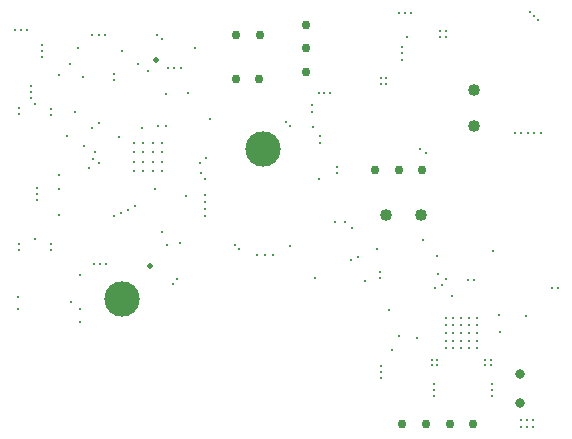
<source format=gbr>
%TF.GenerationSoftware,KiCad,Pcbnew,(6.0.6)*%
%TF.CreationDate,2022-09-20T22:50:01+08:00*%
%TF.ProjectId,Stealthburner_Toolhead_PCB,53746561-6c74-4686-9275-726e65725f54,rev?*%
%TF.SameCoordinates,Original*%
%TF.FileFunction,Plated,1,4,PTH,Drill*%
%TF.FilePolarity,Positive*%
%FSLAX46Y46*%
G04 Gerber Fmt 4.6, Leading zero omitted, Abs format (unit mm)*
G04 Created by KiCad (PCBNEW (6.0.6)) date 2022-09-20 22:50:01*
%MOMM*%
%LPD*%
G01*
G04 APERTURE LIST*
%TA.AperFunction,ViaDrill*%
%ADD10C,0.200000*%
%TD*%
%TA.AperFunction,ComponentDrill*%
%ADD11C,0.500000*%
%TD*%
%TA.AperFunction,ComponentDrill*%
%ADD12C,0.750000*%
%TD*%
%TA.AperFunction,ComponentDrill*%
%ADD13C,0.800000*%
%TD*%
%TA.AperFunction,ComponentDrill*%
%ADD14C,1.020000*%
%TD*%
%TA.AperFunction,ComponentDrill*%
%ADD15C,3.000000*%
%TD*%
G04 APERTURE END LIST*
D10*
X100533200Y-98602800D03*
X100838000Y-121208800D03*
X100838000Y-122224800D03*
X100888800Y-105257600D03*
X100888800Y-105765600D03*
X100888800Y-116738400D03*
X100888800Y-117246400D03*
X101041200Y-98602800D03*
X101549200Y-98602800D03*
X101904800Y-103327200D03*
X101904800Y-103835200D03*
X101904800Y-104343200D03*
X102260400Y-104851200D03*
X102260400Y-116332000D03*
X102412800Y-112014000D03*
X102412800Y-112522000D03*
X102412800Y-113030000D03*
X102870000Y-99872800D03*
X102870000Y-100380800D03*
X102870000Y-100888800D03*
X103632000Y-105308400D03*
X103632000Y-105816400D03*
X103632000Y-116738400D03*
X103632000Y-117246400D03*
X104241600Y-102463600D03*
X104241600Y-110896400D03*
X104241600Y-114249200D03*
X104292400Y-112064800D03*
X104952800Y-107594400D03*
X105218068Y-101467868D03*
X105257600Y-121615200D03*
X105613200Y-105562400D03*
X105918000Y-100126800D03*
X106019600Y-119380000D03*
X106019600Y-122224800D03*
X106019600Y-123342400D03*
X106324400Y-102565200D03*
X106375200Y-108407200D03*
X106781600Y-110337600D03*
X107035600Y-106934000D03*
X107086400Y-99060000D03*
X107137200Y-109524800D03*
X107238800Y-118465600D03*
X107289600Y-108915200D03*
X107645200Y-99060000D03*
X107645200Y-109880400D03*
X107684600Y-106488200D03*
X107746800Y-118465600D03*
X108204000Y-99060000D03*
X108254800Y-118465600D03*
X108915200Y-114401600D03*
X108966000Y-102362000D03*
X108966000Y-102870000D03*
X109321600Y-107696000D03*
X109524800Y-114096800D03*
X109626400Y-100380800D03*
X110134400Y-113842800D03*
X110591600Y-108153200D03*
X110591600Y-108966000D03*
X110591600Y-109778800D03*
X110591600Y-110591600D03*
X110744000Y-113538000D03*
X110923200Y-101522400D03*
X111285427Y-106902277D03*
X111404400Y-108153200D03*
X111404400Y-108966000D03*
X111404400Y-109778800D03*
X111404400Y-110591600D03*
X111810800Y-102108000D03*
X112217200Y-108153200D03*
X112217200Y-108966000D03*
X112217200Y-109778800D03*
X112217200Y-110591600D03*
X112420400Y-112064800D03*
X112572800Y-99060000D03*
X112674400Y-106730800D03*
X112979200Y-99415600D03*
X113000629Y-115691475D03*
X113030000Y-108153200D03*
X113030000Y-108966000D03*
X113030000Y-109778800D03*
X113030000Y-110591600D03*
X113309400Y-104013000D03*
X113334800Y-106745381D03*
X113436400Y-116789200D03*
X113487200Y-101854000D03*
X113893600Y-120142000D03*
X114046000Y-101854000D03*
X114300000Y-119735600D03*
X114503200Y-116636800D03*
X114604800Y-101854000D03*
X115011200Y-112674400D03*
X115214400Y-103987600D03*
X115824000Y-100126800D03*
X116211661Y-109911035D03*
X116332000Y-110693200D03*
X116621374Y-111234152D03*
X116636800Y-112572800D03*
X116636800Y-113182400D03*
X116636800Y-113792000D03*
X116636800Y-114401600D03*
X116687600Y-109423200D03*
X117043200Y-106121200D03*
X119176800Y-116789200D03*
X119532400Y-117144800D03*
X121056400Y-117703600D03*
X121716800Y-117703600D03*
X122428000Y-117703600D03*
X123494800Y-106426000D03*
X123799600Y-116941600D03*
X123850400Y-106781600D03*
X125730000Y-105003600D03*
X125730000Y-105562400D03*
X125816400Y-106847600D03*
X125933200Y-119583200D03*
X126288800Y-103987600D03*
X126288800Y-111201200D03*
X126339600Y-107594400D03*
X126339600Y-108153200D03*
X126746000Y-103987600D03*
X127203200Y-103987600D03*
X127660400Y-114909600D03*
X127812800Y-110236000D03*
X127812800Y-110693200D03*
X128524000Y-114858800D03*
X128981200Y-118110000D03*
X129082800Y-115417600D03*
X129590800Y-117856000D03*
X130149600Y-119837200D03*
X131216400Y-117195600D03*
X131419600Y-119126000D03*
X131419600Y-119634000D03*
X131521200Y-102717600D03*
X131521200Y-103174800D03*
X131572000Y-127101600D03*
X131572000Y-127609600D03*
X131572000Y-128117600D03*
X131978400Y-102717600D03*
X131978400Y-103174800D03*
X132232400Y-122326400D03*
X132435600Y-125679200D03*
X133096000Y-97180400D03*
X133096000Y-124510800D03*
X133299200Y-100025200D03*
X133299200Y-100584000D03*
X133299200Y-101142800D03*
X133604000Y-97180400D03*
X133705600Y-99212400D03*
X134112000Y-97180400D03*
X134620000Y-124714000D03*
X134874000Y-108661200D03*
X135077200Y-116382800D03*
X135373255Y-109008055D03*
X135839200Y-126542800D03*
X135839200Y-127000000D03*
X136042400Y-128625600D03*
X136042400Y-129133600D03*
X136042400Y-129641600D03*
X136093200Y-120497600D03*
X136245600Y-117754400D03*
X136296400Y-126542800D03*
X136296400Y-127000000D03*
X136396000Y-119280400D03*
X136550400Y-98704400D03*
X136550400Y-99187000D03*
X136675951Y-120201243D03*
X137007600Y-98704400D03*
X137007600Y-99187000D03*
X137007600Y-119684800D03*
X137007600Y-122961400D03*
X137007600Y-123621800D03*
X137007600Y-124282200D03*
X137007600Y-124942600D03*
X137007600Y-125577600D03*
X137566400Y-121158000D03*
X137668000Y-122961400D03*
X137668000Y-123621800D03*
X137668000Y-124282200D03*
X137668000Y-124942600D03*
X137668000Y-125577600D03*
X138328400Y-122961400D03*
X138328400Y-123621800D03*
X138328400Y-124282200D03*
X138328400Y-124942600D03*
X138328400Y-125577600D03*
X138887200Y-119786400D03*
X138988800Y-122961400D03*
X138988800Y-123621800D03*
X138988800Y-124282200D03*
X138988800Y-124942600D03*
X138988800Y-125577600D03*
X139395200Y-119786400D03*
X139649200Y-122961400D03*
X139649200Y-123621800D03*
X139649200Y-124282200D03*
X139649200Y-124942600D03*
X139649200Y-125577600D03*
X140360400Y-126542800D03*
X140360400Y-127000000D03*
X140817600Y-126542800D03*
X140817600Y-127000000D03*
X140919200Y-128625600D03*
X140919200Y-129133600D03*
X140919200Y-129641600D03*
X141020800Y-117297200D03*
X141528800Y-122783600D03*
X141579600Y-124206000D03*
X142849600Y-107340400D03*
X143408400Y-107340400D03*
X143408400Y-131673600D03*
X143408400Y-132232400D03*
X143814800Y-122834400D03*
X143916400Y-131673600D03*
X143916400Y-132232400D03*
X143967200Y-107340400D03*
X144119600Y-97078800D03*
X144424400Y-131673600D03*
X144424400Y-132232400D03*
X144475200Y-97434400D03*
X144526000Y-107340400D03*
X144830800Y-97790000D03*
X145084800Y-107340400D03*
X145999200Y-120497600D03*
X146507200Y-120497600D03*
D11*
%TO.C,TP1*%
X111963200Y-118567200D03*
%TO.C,J3*%
X112471200Y-101142800D03*
D12*
%TO.C,J4*%
X119243600Y-102726400D03*
%TO.C,J6*%
X119259600Y-99009200D03*
%TO.C,J4*%
X121243600Y-102726400D03*
%TO.C,J6*%
X121259600Y-99009200D03*
%TO.C,J2*%
X125222000Y-98177600D03*
X125222000Y-100177600D03*
X125222000Y-102177600D03*
%TO.C,J8*%
X131045200Y-110481200D03*
X133045200Y-110481200D03*
%TO.C,J12*%
X133347200Y-131987200D03*
%TO.C,J8*%
X135045200Y-110481200D03*
%TO.C,J12*%
X135347200Y-131987200D03*
X137347200Y-131987200D03*
X139347200Y-131987200D03*
D13*
%TO.C,C32*%
X143306800Y-127711200D03*
X143306800Y-130211200D03*
D14*
%TO.C,J9*%
X131951600Y-114241600D03*
X134951600Y-114241600D03*
%TO.C,J1*%
X139446000Y-103706800D03*
X139446000Y-106706800D03*
D15*
%TO.C,H1*%
X109575600Y-121361200D03*
%TO.C,H2*%
X121564400Y-108661200D03*
M02*

</source>
